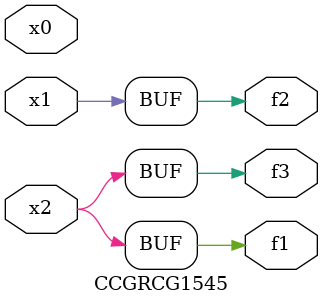
<source format=v>
module CCGRCG1545(
	input x0, x1, x2,
	output f1, f2, f3
);
	assign f1 = x2;
	assign f2 = x1;
	assign f3 = x2;
endmodule

</source>
